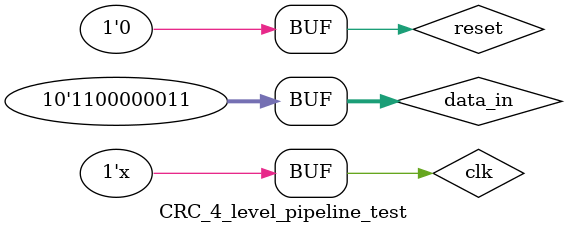
<source format=v>
`timescale 1ns / 1ps


module CRC_4_level_pipeline_test;

	// Inputs
	reg clk;
	reg reset;
	reg [9:0] data_in;

	// Outputs
	wire [8:0] data_out;
	//wire [8:0] out;

	// Instantiate the Unit Under Test (UUT)
	CRC_4_level_pipeline uut (
		.clk(clk), 
		.reset(reset), 
		.data_in(data_in), 
		.data_out(data_out)
	);

	initial begin
		// Initialize Inputs
		clk = 0;
		reset = 1;
		data_in = 10'b1100000011;
		
		#1
		reset = 0;


	end
      
		always #1 clk = ~clk;
      
endmodule


</source>
